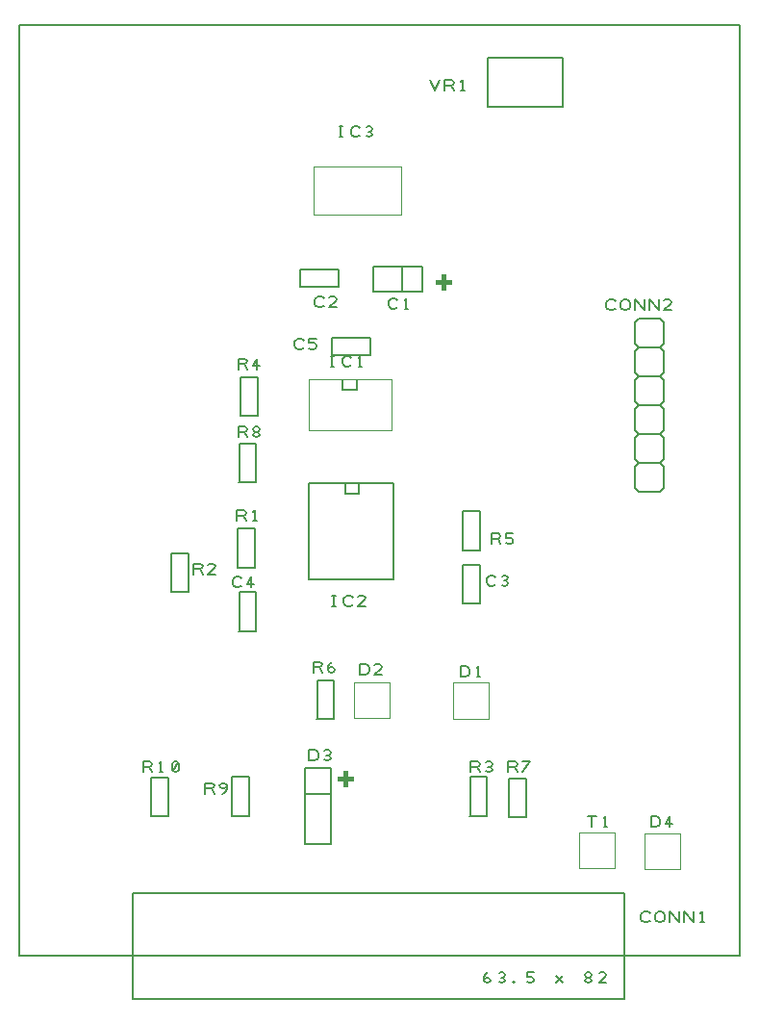
<source format=gbr>
%FSLAX23Y23*%
%MOIN*%
%ADD74C,0.00100*%
%ADD11C,0.00197*%
%ADD13C,0.00300*%
%ADD12C,0.00400*%
%ADD10C,0.00500*%
X000Y000D02*
D02*
D10*
X003Y151D02*
X2502D01*
Y3377*
X003*
Y151*
X398Y003D02*
X2102D01*
Y369*
X398*
Y003*
X434Y788D02*
Y825D01*
X455*
X462Y822*
X465Y816*
X462Y810*
X455Y807*
X434*
X455D02*
X465Y788D01*
X490D02*
X502D01*
X496D02*
Y825D01*
X490Y819*
X537Y791D02*
X543Y788D01*
X549*
X555Y791*
X559Y797*
Y816*
X555Y822*
X549Y825*
X543*
X537Y822*
X534Y816*
Y797*
X537Y791*
X555Y822*
X520Y769D02*
Y637D01*
X462*
Y770*
X522*
X590Y1544D02*
Y1412D01*
X532*
Y1545*
X592*
X609Y1473D02*
Y1510D01*
X630*
X637Y1507*
X640Y1501*
X637Y1495*
X630Y1492*
X609*
X630D02*
X640Y1473D01*
X684D02*
X659D01*
X680Y1495*
X684Y1501*
X680Y1507*
X674Y1510*
X665*
X659Y1507*
X649Y713D02*
Y750D01*
X670*
X677Y747*
X680Y741*
X677Y735*
X670Y732*
X649*
X670D02*
X680Y713D01*
X708D02*
X714Y716D01*
X720Y722*
X724Y732*
Y741*
X720Y747*
X714Y750*
X708*
X702Y747*
X699Y741*
X702Y735*
X708Y732*
X714*
X720Y735*
X724Y741*
X742Y638D02*
Y771D01*
X801*
Y637*
X741*
X775Y1434D02*
X772Y1431D01*
X765Y1428*
X756*
X750Y1431*
X747Y1434*
X744Y1440*
Y1453*
X747Y1459*
X750Y1462*
X756Y1465*
X765*
X772Y1462*
X775Y1459*
X809Y1428D02*
Y1465D01*
X794Y1440*
X819*
X759Y1658D02*
Y1695D01*
X780*
X787Y1692*
X790Y1686*
X787Y1680*
X780Y1677*
X759*
X780D02*
X790Y1658D01*
X815D02*
X827D01*
X821D02*
Y1695D01*
X815Y1689*
X762Y1498D02*
Y1631D01*
X821*
Y1497*
X761*
X764Y1948D02*
Y1985D01*
X785*
X792Y1982*
X795Y1976*
X792Y1970*
X785Y1967*
X764*
X785D02*
X795Y1948D01*
X823Y1967D02*
X829D01*
X835Y1970*
X839Y1976*
X835Y1982*
X829Y1985*
X823*
X817Y1982*
X814Y1976*
X817Y1970*
X823Y1967*
X817Y1964*
X814Y1957*
X817Y1951*
X823Y1948*
X829*
X835Y1951*
X839Y1957*
X835Y1964*
X829Y1967*
X764Y2183D02*
Y2220D01*
X785*
X792Y2217*
X795Y2211*
X792Y2205*
X785Y2202*
X764*
X785D02*
X795Y2183D01*
X829D02*
Y2220D01*
X814Y2195*
X839*
X767Y1278D02*
Y1411D01*
X826*
Y1277*
X766*
X767Y1793D02*
Y1926D01*
X826*
Y1792*
X766*
X772Y2023D02*
Y2156D01*
X831*
Y2022*
X771*
X990Y2259D02*
X987Y2256D01*
X980Y2253*
X971*
X965Y2256*
X962Y2259*
X959Y2265*
Y2278*
X962Y2284*
X965Y2287*
X971Y2290*
X980*
X987Y2287*
X990Y2284*
X1009Y2256D02*
X1015Y2253D01*
X1024*
X1030Y2256*
X1034Y2262*
Y2265*
X1030Y2272*
X1024Y2275*
X1009*
Y2290*
X1034*
X1008Y1788D02*
Y1457D01*
X1301*
Y1788*
X1008*
X1009Y828D02*
Y865D01*
X1027*
X1034Y862*
X1037Y859*
X1040Y853*
Y840*
X1037Y834*
X1034Y831*
X1027Y828*
X1009*
X1062Y831D02*
X1068Y828D01*
X1074*
X1080Y831*
X1084Y837*
X1080Y844*
X1074Y847*
X1068*
X1074D02*
X1080Y850D01*
X1084Y856*
X1080Y862*
X1074Y865*
X1068*
X1062Y862*
X1024Y1133D02*
Y1170D01*
X1045*
X1052Y1167*
X1055Y1161*
X1052Y1155*
X1045Y1152*
X1024*
X1045D02*
X1055Y1133D01*
X1074Y1142D02*
X1077Y1149D01*
X1083Y1152*
X1089*
X1095Y1149*
X1099Y1142*
X1095Y1136*
X1089Y1133*
X1083*
X1077Y1136*
X1074Y1142*
Y1152*
X1077Y1161*
X1083Y1167*
X1089Y1170*
X1060Y2404D02*
X1057Y2401D01*
X1050Y2398*
X1041*
X1035Y2401*
X1032Y2404*
X1029Y2410*
Y2423*
X1032Y2429*
X1035Y2432*
X1041Y2435*
X1050*
X1057Y2432*
X1060Y2429*
X1104Y2398D02*
X1079D01*
X1100Y2420*
X1104Y2426*
X1100Y2432*
X1094Y2435*
X1085*
X1079Y2432*
X1037Y973D02*
Y1106D01*
X1096*
Y972*
X1036*
X1083Y2193D02*
X1095D01*
X1089D02*
Y2230D01*
X1083D02*
X1095D01*
X1155Y2199D02*
X1152Y2196D01*
X1145Y2193*
X1136*
X1130Y2196*
X1127Y2199*
X1124Y2205*
Y2218*
X1127Y2224*
X1130Y2227*
X1136Y2230*
X1145*
X1152Y2227*
X1155Y2224*
X1180Y2193D02*
X1192D01*
X1186D02*
Y2230D01*
X1180Y2224*
X1088Y1363D02*
X1100D01*
X1094D02*
Y1400D01*
X1088D02*
X1100D01*
X1160Y1369D02*
X1157Y1366D01*
X1150Y1363*
X1141*
X1135Y1366*
X1132Y1369*
X1129Y1375*
Y1388*
X1132Y1394*
X1135Y1397*
X1141Y1400*
X1150*
X1157Y1397*
X1160Y1394*
X1204Y1363D02*
X1179D01*
X1200Y1385*
X1204Y1391*
X1200Y1397*
X1194Y1400*
X1185*
X1179Y1397*
X1084Y714D02*
X994D01*
X1084Y804D02*
X994D01*
Y539*
X1084*
Y804*
X1113Y2988D02*
X1125D01*
X1119D02*
Y3025D01*
X1113D02*
X1125D01*
X1185Y2994D02*
X1182Y2991D01*
X1175Y2988*
X1166*
X1160Y2991*
X1157Y2994*
X1154Y3000*
Y3013*
X1157Y3019*
X1160Y3022*
X1166Y3025*
X1175*
X1182Y3022*
X1185Y3019*
X1207Y2991D02*
X1213Y2988D01*
X1219*
X1225Y2991*
X1229Y2997*
X1225Y3004*
X1219Y3007*
X1213*
X1219D02*
X1225Y3010D01*
X1229Y3016*
X1225Y3022*
X1219Y3025*
X1213*
X1207Y3022*
X1109Y2469D02*
X977D01*
Y2528*
X1110*
Y2468*
X1175Y2149D02*
Y2112D01*
X1125*
Y2149*
X1180Y1787D02*
Y1752D01*
X1134*
Y1787*
X1186Y1125D02*
Y1163D01*
X1205*
X1211Y1160*
X1214Y1157*
X1217Y1150*
Y1138*
X1214Y1132*
X1211Y1129*
X1205Y1125*
X1186*
X1261D02*
X1236D01*
X1258Y1147*
X1261Y1154*
X1258Y1160*
X1252Y1163*
X1242*
X1236Y1160*
X1219Y2232D02*
X1087D01*
Y2291*
X1220*
Y2231*
X1231Y2539D02*
X1401D01*
Y2453*
X1232*
Y2536*
X1315Y2399D02*
X1312Y2396D01*
X1305Y2393*
X1296*
X1290Y2396*
X1287Y2399*
X1284Y2405*
Y2418*
X1287Y2424*
X1290Y2427*
X1296Y2430*
X1305*
X1312Y2427*
X1315Y2424*
X1340Y2393D02*
X1352D01*
X1346D02*
Y2430D01*
X1340Y2424*
X1332Y2452D02*
Y2539D01*
X1333*
X1429Y3185D02*
X1444Y3148D01*
X1460Y3185*
X1479Y3148D02*
Y3185D01*
X1500*
X1507Y3182*
X1510Y3176*
X1507Y3170*
X1500Y3167*
X1479*
X1500D02*
X1510Y3148D01*
X1535D02*
X1547D01*
X1541D02*
Y3185D01*
X1535Y3179*
X1534Y1118D02*
Y1155D01*
X1552*
X1559Y1152*
X1562Y1149*
X1565Y1143*
Y1130*
X1562Y1124*
X1559Y1121*
X1552Y1118*
X1534*
X1590D02*
X1602D01*
X1596D02*
Y1155D01*
X1590Y1149*
X1542Y1558D02*
Y1691D01*
X1601*
Y1557*
X1541*
X1567Y638D02*
Y771D01*
X1626*
Y637*
X1566*
X1569Y788D02*
Y825D01*
X1590*
X1597Y822*
X1600Y816*
X1597Y810*
X1590Y807*
X1569*
X1590D02*
X1600Y788D01*
X1622Y791D02*
X1628Y788D01*
X1634*
X1640Y791*
X1644Y797*
X1640Y804*
X1634Y807*
X1628*
X1634D02*
X1640Y810D01*
X1644Y816*
X1640Y822*
X1634Y825*
X1628*
X1622Y822*
X1600Y1504D02*
Y1372D01*
X1542*
Y1505*
X1602*
X1614Y067D02*
X1617Y074D01*
X1623Y077*
X1629*
X1635Y074*
X1639Y067*
X1635Y061*
X1629Y058*
X1623*
X1617Y061*
X1614Y067*
Y077*
X1617Y086*
X1623Y092*
X1629Y095*
X1667Y061D02*
X1673Y058D01*
X1679*
X1685Y061*
X1689Y067*
X1685Y074*
X1679Y077*
X1673*
X1679D02*
X1685Y080D01*
X1689Y086*
X1685Y092*
X1679Y095*
X1673*
X1667Y092*
X1717Y058D02*
X1720Y061D01*
X1717Y064*
X1714Y061*
X1717Y058*
X1764Y061D02*
X1770Y058D01*
X1779*
X1785Y061*
X1789Y067*
Y070*
X1785Y077*
X1779Y080*
X1764*
Y095*
X1789*
X1864Y058D02*
X1889Y083D01*
Y058D02*
X1864Y083D01*
X1973Y077D02*
X1979D01*
X1985Y080*
X1989Y086*
X1985Y092*
X1979Y095*
X1973*
X1967Y092*
X1964Y086*
X1967Y080*
X1973Y077*
X1967Y074*
X1964Y067*
X1967Y061*
X1973Y058*
X1979*
X1985Y061*
X1989Y067*
X1985Y074*
X1979Y077*
X2039Y058D02*
X2014D01*
X2035Y080*
X2039Y086*
X2035Y092*
X2029Y095*
X2020*
X2014Y092*
X1655Y1439D02*
X1652Y1436D01*
X1645Y1433*
X1636*
X1630Y1436*
X1627Y1439*
X1624Y1445*
Y1458*
X1627Y1464*
X1630Y1467*
X1636Y1470*
X1645*
X1652Y1467*
X1655Y1464*
X1677Y1436D02*
X1683Y1433D01*
X1689*
X1695Y1436*
X1699Y1442*
X1695Y1449*
X1689Y1452*
X1683*
X1689D02*
X1695Y1455D01*
X1699Y1461*
X1695Y1467*
X1689Y1470*
X1683*
X1677Y1467*
X1641Y1578D02*
Y1615D01*
X1663*
X1669Y1612*
X1672Y1606*
X1669Y1600*
X1663Y1597*
X1641*
X1663D02*
X1672Y1578D01*
X1691Y1581D02*
X1697Y1578D01*
X1707*
X1713Y1581*
X1716Y1587*
Y1590*
X1713Y1597*
X1707Y1600*
X1691*
Y1615*
X1716*
X1699Y788D02*
Y825D01*
X1720*
X1727Y822*
X1730Y816*
X1727Y810*
X1720Y807*
X1699*
X1720D02*
X1730Y788D01*
X1749D02*
X1774Y825D01*
X1749*
X1702Y633D02*
Y766D01*
X1761*
Y632*
X1701*
X1889Y3094D02*
Y3264D01*
X1629*
Y3094*
X1889*
X1989Y598D02*
Y635D01*
X1974D02*
X2005D01*
X2030Y598D02*
X2042D01*
X2036D02*
Y635D01*
X2030Y629*
X2070Y2394D02*
X2067Y2391D01*
X2060Y2388*
X2051*
X2045Y2391*
X2042Y2394*
X2039Y2400*
Y2413*
X2042Y2419*
X2045Y2422*
X2051Y2425*
X2060*
X2067Y2422*
X2070Y2419*
X2089Y2400D02*
Y2413D01*
X2092Y2419*
X2095Y2422*
X2101Y2425*
X2107*
X2114Y2422*
X2117Y2419*
X2120Y2413*
Y2400*
X2117Y2394*
X2114Y2391*
X2107Y2388*
X2101*
X2095Y2391*
X2092Y2394*
X2089Y2400*
X2139Y2388D02*
Y2425D01*
X2170Y2388*
Y2425*
X2189Y2388D02*
Y2425D01*
X2220Y2388*
Y2425*
X2264Y2388D02*
X2239D01*
X2260Y2410*
X2264Y2416*
X2260Y2422*
X2254Y2425*
X2245*
X2239Y2422*
X2151Y1859D02*
X2226D01*
X2239Y1846*
Y1771*
X2226Y1759*
X2151*
X2139Y1771*
Y1846*
X2151Y1859*
Y1959D02*
X2226D01*
X2239Y1946*
Y1871*
X2226Y1859*
X2151*
X2139Y1871*
Y1946*
X2151Y1959*
Y2059D02*
X2226D01*
X2239Y2046*
Y1971*
X2226Y1959*
X2151*
X2139Y1971*
Y2046*
X2151Y2059*
Y2159D02*
X2226D01*
X2239Y2146*
Y2071*
X2226Y2059*
X2151*
X2139Y2071*
Y2146*
X2151Y2159*
Y2259D02*
X2226D01*
X2239Y2246*
Y2171*
X2226Y2159*
X2151*
X2139Y2171*
Y2246*
X2151Y2259*
Y2359D02*
X2226D01*
X2239Y2346*
Y2271*
X2226Y2259*
X2151*
X2139Y2271*
Y2346*
X2151Y2359*
X2190Y274D02*
X2187Y271D01*
X2180Y268*
X2171*
X2165Y271*
X2162Y274*
X2159Y280*
Y293*
X2162Y299*
X2165Y302*
X2171Y305*
X2180*
X2187Y302*
X2190Y299*
X2209Y280D02*
Y293D01*
X2212Y299*
X2215Y302*
X2221Y305*
X2227*
X2234Y302*
X2237Y299*
X2240Y293*
Y280*
X2237Y274*
X2234Y271*
X2227Y268*
X2221*
X2215Y271*
X2212Y274*
X2209Y280*
X2259Y268D02*
Y305D01*
X2290Y268*
Y305*
X2309Y268D02*
Y305D01*
X2340Y268*
Y305*
X2365Y268D02*
X2377D01*
X2371D02*
Y305D01*
X2365Y299*
X2194Y598D02*
Y635D01*
X2212*
X2219Y632*
X2222Y629*
X2225Y623*
Y610*
X2222Y604*
X2219Y601*
X2212Y598*
X2194*
X2259D02*
Y635D01*
X2244Y610*
X2269*
D02*
D11*
X1329Y2842D02*
Y2720D01*
X1026*
Y2886*
X1329*
Y2842*
D02*
D12*
X1007Y2149D02*
Y1972D01*
X1296*
Y2149*
X1007*
D02*
D13*
X1287Y977D02*
Y1100D01*
X1164*
Y977*
X1287*
X1630Y974D02*
Y1098D01*
X1507*
Y974*
X1630*
X1945Y580D02*
Y457D01*
X2068*
Y580*
X1945*
X2170Y575D02*
Y452D01*
X2293*
Y575*
X2170*
D02*
D74*
X1160Y758D02*
X1141D01*
Y739*
X1127*
Y758*
X1108*
Y772*
X1127*
Y791*
X1141*
Y772*
X1160*
Y758*
X1127Y739D02*
X1141D01*
X1127Y740D02*
X1141D01*
X1127Y741D02*
X1141D01*
X1127Y742D02*
X1141D01*
X1127Y743D02*
X1141D01*
X1127Y744D02*
X1141D01*
X1127Y745D02*
X1141D01*
X1127Y746D02*
X1141D01*
X1127Y747D02*
X1141D01*
X1127Y748D02*
X1141D01*
X1127Y749D02*
X1141D01*
X1127Y750D02*
X1141D01*
X1127Y751D02*
X1141D01*
X1127Y752D02*
X1141D01*
X1127Y753D02*
X1141D01*
X1127Y754D02*
X1141D01*
X1127Y754D02*
X1141D01*
X1127Y755D02*
X1141D01*
X1127Y756D02*
X1141D01*
X1127Y757D02*
X1141D01*
X1108Y758D02*
X1160D01*
X1108Y759D02*
X1160D01*
X1108Y760D02*
X1160D01*
X1108Y761D02*
X1160D01*
X1108Y762D02*
X1160D01*
X1108Y763D02*
X1160D01*
X1108Y764D02*
X1160D01*
X1108Y765D02*
X1160D01*
X1108Y766D02*
X1160D01*
X1108Y767D02*
X1160D01*
X1108Y768D02*
X1160D01*
X1108Y769D02*
X1160D01*
X1108Y769D02*
X1160D01*
X1108Y770D02*
X1160D01*
X1108Y771D02*
X1160D01*
X1108Y772D02*
X1160D01*
X1127Y773D02*
X1141D01*
X1127Y774D02*
X1141D01*
X1127Y775D02*
X1141D01*
X1127Y776D02*
X1141D01*
X1127Y777D02*
X1141D01*
X1127Y778D02*
X1141D01*
X1127Y779D02*
X1141D01*
X1127Y780D02*
X1141D01*
X1127Y781D02*
X1141D01*
X1127Y782D02*
X1141D01*
X1127Y783D02*
X1141D01*
X1127Y784D02*
X1141D01*
X1127Y784D02*
X1141D01*
X1127Y785D02*
X1141D01*
X1127Y786D02*
X1141D01*
X1127Y787D02*
X1141D01*
X1127Y788D02*
X1141D01*
X1127Y789D02*
X1141D01*
X1127Y790D02*
X1141D01*
X1127Y791D02*
X1141D01*
X1500Y2478D02*
X1481D01*
Y2459*
X1467*
Y2478*
X1448*
Y2492*
X1467*
Y2511*
X1481*
Y2492*
X1500*
Y2478*
X1467Y2459D02*
X1481D01*
X1467Y2460D02*
X1481D01*
X1467Y2461D02*
X1481D01*
X1467Y2462D02*
X1481D01*
X1467Y2463D02*
X1481D01*
X1467Y2464D02*
X1481D01*
X1467Y2465D02*
X1481D01*
X1467Y2466D02*
X1481D01*
X1467Y2467D02*
X1481D01*
X1467Y2468D02*
X1481D01*
X1467Y2469D02*
X1481D01*
X1467Y2470D02*
X1481D01*
X1467Y2471D02*
X1481D01*
X1467Y2472D02*
X1481D01*
X1467Y2473D02*
X1481D01*
X1467Y2474D02*
X1481D01*
X1467Y2474D02*
X1481D01*
X1467Y2475D02*
X1481D01*
X1467Y2476D02*
X1481D01*
X1467Y2477D02*
X1481D01*
X1448Y2478D02*
X1500D01*
X1448Y2479D02*
X1500D01*
X1448Y2480D02*
X1500D01*
X1448Y2481D02*
X1500D01*
X1448Y2482D02*
X1500D01*
X1448Y2483D02*
X1500D01*
X1448Y2484D02*
X1500D01*
X1448Y2485D02*
X1500D01*
X1448Y2486D02*
X1500D01*
X1448Y2487D02*
X1500D01*
X1448Y2488D02*
X1500D01*
X1448Y2489D02*
X1500D01*
X1448Y2489D02*
X1500D01*
X1448Y2490D02*
X1500D01*
X1448Y2491D02*
X1500D01*
X1448Y2492D02*
X1500D01*
X1467Y2493D02*
X1481D01*
X1467Y2494D02*
X1481D01*
X1467Y2495D02*
X1481D01*
X1467Y2496D02*
X1481D01*
X1467Y2497D02*
X1481D01*
X1467Y2498D02*
X1481D01*
X1467Y2499D02*
X1481D01*
X1467Y2500D02*
X1481D01*
X1467Y2501D02*
X1481D01*
X1467Y2502D02*
X1481D01*
X1467Y2503D02*
X1481D01*
X1467Y2504D02*
X1481D01*
X1467Y2504D02*
X1481D01*
X1467Y2505D02*
X1481D01*
X1467Y2506D02*
X1481D01*
X1467Y2507D02*
X1481D01*
X1467Y2508D02*
X1481D01*
X1467Y2509D02*
X1481D01*
X1467Y2510D02*
X1481D01*
X1467Y2511D02*
X1481D01*
X000Y000D02*
M02*

</source>
